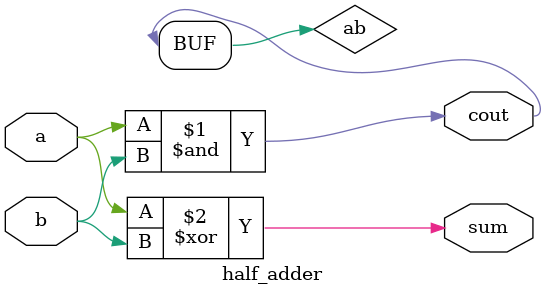
<source format=v>
module half_adder( 
input a, b,
output cout, sum );

wire ab;

assign ab = a & b;
assign sum = a ^ b;
assign cout = ab;

endmodule

</source>
